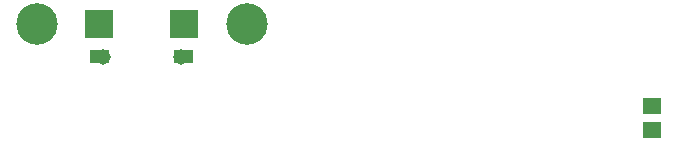
<source format=gtp>
G04 MADE WITH FRITZING*
G04 WWW.FRITZING.ORG*
G04 DOUBLE SIDED*
G04 HOLES PLATED*
G04 CONTOUR ON CENTER OF CONTOUR VECTOR*
%ASAXBY*%
%FSLAX23Y23*%
%MOIN*%
%OFA0B0*%
%SFA1.0B1.0*%
%ADD10C,0.138425*%
%ADD11C,0.095000*%
%ADD12C,0.051496*%
%ADD13R,0.059055X0.055118*%
%ADD14R,0.095000X0.095000*%
%ADD15R,0.001000X0.001000*%
%LNPASTEMASK1*%
G90*
G70*
G54D10*
X276Y2235D03*
G54D11*
X767Y2235D03*
G54D12*
X756Y2125D03*
G54D10*
X976Y2235D03*
G54D12*
X496Y2125D03*
G54D11*
X484Y2235D03*
G54D13*
X2326Y1880D03*
X2326Y1960D03*
G54D14*
X767Y2235D03*
X484Y2235D03*
G54D15*
X454Y2146D02*
X490Y2146D01*
X501Y2146D02*
X515Y2146D01*
X735Y2146D02*
X749Y2146D01*
X760Y2146D02*
X796Y2146D01*
X454Y2145D02*
X486Y2145D01*
X504Y2145D02*
X515Y2145D01*
X735Y2145D02*
X746Y2145D01*
X764Y2145D02*
X796Y2145D01*
X454Y2144D02*
X485Y2144D01*
X506Y2144D02*
X515Y2144D01*
X735Y2144D02*
X744Y2144D01*
X765Y2144D02*
X796Y2144D01*
X454Y2143D02*
X483Y2143D01*
X507Y2143D02*
X515Y2143D01*
X735Y2143D02*
X743Y2143D01*
X767Y2143D02*
X796Y2143D01*
X454Y2142D02*
X482Y2142D01*
X509Y2142D02*
X515Y2142D01*
X735Y2142D02*
X741Y2142D01*
X768Y2142D02*
X796Y2142D01*
X454Y2141D02*
X480Y2141D01*
X510Y2141D02*
X515Y2141D01*
X735Y2141D02*
X740Y2141D01*
X770Y2141D02*
X796Y2141D01*
X454Y2140D02*
X479Y2140D01*
X511Y2140D02*
X515Y2140D01*
X735Y2140D02*
X739Y2140D01*
X771Y2140D02*
X796Y2140D01*
X454Y2139D02*
X479Y2139D01*
X512Y2139D02*
X515Y2139D01*
X735Y2139D02*
X738Y2139D01*
X771Y2139D02*
X796Y2139D01*
X454Y2138D02*
X478Y2138D01*
X512Y2138D02*
X515Y2138D01*
X735Y2138D02*
X738Y2138D01*
X772Y2138D02*
X796Y2138D01*
X454Y2137D02*
X477Y2137D01*
X513Y2137D02*
X515Y2137D01*
X735Y2137D02*
X737Y2137D01*
X773Y2137D02*
X796Y2137D01*
X454Y2136D02*
X477Y2136D01*
X514Y2136D02*
X515Y2136D01*
X735Y2136D02*
X736Y2136D01*
X773Y2136D02*
X796Y2136D01*
X454Y2135D02*
X476Y2135D01*
X514Y2135D02*
X515Y2135D01*
X735Y2135D02*
X736Y2135D01*
X774Y2135D02*
X796Y2135D01*
X454Y2134D02*
X476Y2134D01*
X515Y2134D02*
X515Y2134D01*
X735Y2134D02*
X735Y2134D01*
X774Y2134D02*
X796Y2134D01*
X454Y2133D02*
X475Y2133D01*
X515Y2133D02*
X515Y2133D01*
X735Y2133D02*
X735Y2133D01*
X775Y2133D02*
X796Y2133D01*
X454Y2132D02*
X475Y2132D01*
X515Y2132D02*
X515Y2132D01*
X735Y2132D02*
X735Y2132D01*
X775Y2132D02*
X796Y2132D01*
X454Y2131D02*
X475Y2131D01*
X775Y2131D02*
X796Y2131D01*
X454Y2130D02*
X474Y2130D01*
X776Y2130D02*
X796Y2130D01*
X454Y2129D02*
X474Y2129D01*
X776Y2129D02*
X796Y2129D01*
X454Y2128D02*
X474Y2128D01*
X776Y2128D02*
X796Y2128D01*
X454Y2127D02*
X474Y2127D01*
X776Y2127D02*
X796Y2127D01*
X454Y2126D02*
X474Y2126D01*
X776Y2126D02*
X796Y2126D01*
X454Y2125D02*
X474Y2125D01*
X776Y2125D02*
X796Y2125D01*
X454Y2124D02*
X474Y2124D01*
X776Y2124D02*
X796Y2124D01*
X454Y2123D02*
X474Y2123D01*
X776Y2123D02*
X796Y2123D01*
X454Y2122D02*
X474Y2122D01*
X776Y2122D02*
X796Y2122D01*
X454Y2121D02*
X475Y2121D01*
X775Y2121D02*
X796Y2121D01*
X454Y2120D02*
X475Y2120D01*
X515Y2120D02*
X515Y2120D01*
X735Y2120D02*
X735Y2120D01*
X775Y2120D02*
X796Y2120D01*
X454Y2119D02*
X475Y2119D01*
X515Y2119D02*
X515Y2119D01*
X735Y2119D02*
X735Y2119D01*
X775Y2119D02*
X796Y2119D01*
X454Y2118D02*
X475Y2118D01*
X515Y2118D02*
X515Y2118D01*
X735Y2118D02*
X735Y2118D01*
X775Y2118D02*
X796Y2118D01*
X454Y2117D02*
X476Y2117D01*
X514Y2117D02*
X515Y2117D01*
X735Y2117D02*
X736Y2117D01*
X774Y2117D02*
X796Y2117D01*
X454Y2116D02*
X477Y2116D01*
X514Y2116D02*
X515Y2116D01*
X735Y2116D02*
X736Y2116D01*
X773Y2116D02*
X796Y2116D01*
X454Y2115D02*
X477Y2115D01*
X513Y2115D02*
X515Y2115D01*
X735Y2115D02*
X737Y2115D01*
X773Y2115D02*
X796Y2115D01*
X454Y2114D02*
X478Y2114D01*
X513Y2114D02*
X515Y2114D01*
X735Y2114D02*
X737Y2114D01*
X772Y2114D02*
X796Y2114D01*
X454Y2113D02*
X479Y2113D01*
X512Y2113D02*
X515Y2113D01*
X735Y2113D02*
X738Y2113D01*
X771Y2113D02*
X796Y2113D01*
X454Y2112D02*
X479Y2112D01*
X511Y2112D02*
X515Y2112D01*
X735Y2112D02*
X739Y2112D01*
X771Y2112D02*
X796Y2112D01*
X454Y2111D02*
X480Y2111D01*
X510Y2111D02*
X515Y2111D01*
X735Y2111D02*
X740Y2111D01*
X770Y2111D02*
X796Y2111D01*
X454Y2110D02*
X481Y2110D01*
X509Y2110D02*
X515Y2110D01*
X735Y2110D02*
X741Y2110D01*
X769Y2110D02*
X796Y2110D01*
X454Y2109D02*
X483Y2109D01*
X508Y2109D02*
X515Y2109D01*
X735Y2109D02*
X742Y2109D01*
X767Y2109D02*
X796Y2109D01*
X454Y2108D02*
X484Y2108D01*
X506Y2108D02*
X515Y2108D01*
X735Y2108D02*
X744Y2108D01*
X766Y2108D02*
X796Y2108D01*
X454Y2107D02*
X486Y2107D01*
X504Y2107D02*
X515Y2107D01*
X735Y2107D02*
X746Y2107D01*
X764Y2107D02*
X796Y2107D01*
X454Y2106D02*
X489Y2106D01*
X501Y2106D02*
X515Y2106D01*
X735Y2106D02*
X749Y2106D01*
X761Y2106D02*
X796Y2106D01*
D02*
G04 End of PasteMask1*
M02*
</source>
